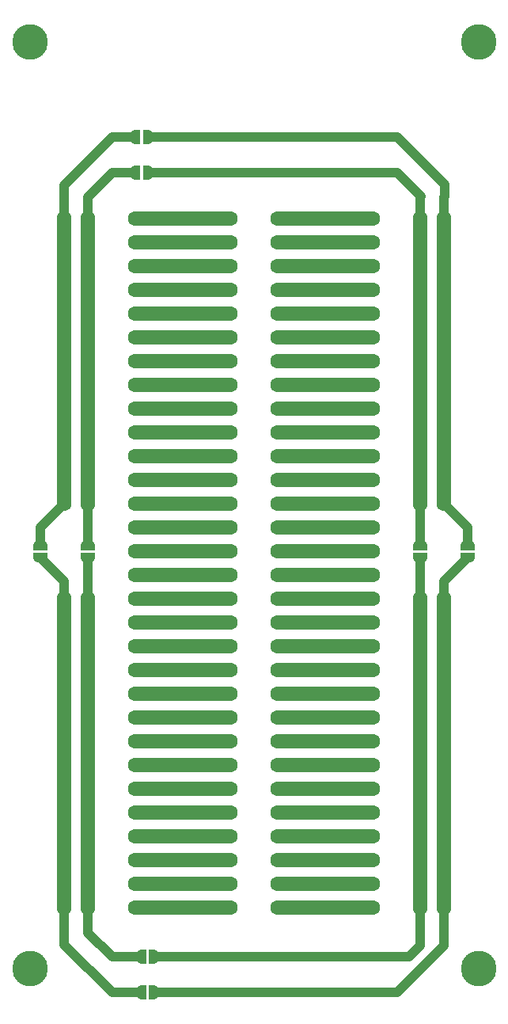
<source format=gtl>
G04 #@! TF.GenerationSoftware,KiCad,Pcbnew,8.0.2*
G04 #@! TF.CreationDate,2024-08-26T09:39:57-06:00*
G04 #@! TF.ProjectId,Perfboard,50657266-626f-4617-9264-2e6b69636164,rev?*
G04 #@! TF.SameCoordinates,Original*
G04 #@! TF.FileFunction,Copper,L1,Top*
G04 #@! TF.FilePolarity,Positive*
%FSLAX46Y46*%
G04 Gerber Fmt 4.6, Leading zero omitted, Abs format (unit mm)*
G04 Created by KiCad (PCBNEW 8.0.2) date 2024-08-26 09:39:57*
%MOMM*%
%LPD*%
G01*
G04 APERTURE LIST*
G04 Aperture macros list*
%AMFreePoly0*
4,1,19,0.500000,-0.750000,0.000000,-0.750000,0.000000,-0.744911,-0.071157,-0.744911,-0.207708,-0.704816,-0.327430,-0.627875,-0.420627,-0.520320,-0.479746,-0.390866,-0.500000,-0.250000,-0.500000,0.250000,-0.479746,0.390866,-0.420627,0.520320,-0.327430,0.627875,-0.207708,0.704816,-0.071157,0.744911,0.000000,0.744911,0.000000,0.750000,0.500000,0.750000,0.500000,-0.750000,0.500000,-0.750000,
$1*%
%AMFreePoly1*
4,1,19,0.000000,0.744911,0.071157,0.744911,0.207708,0.704816,0.327430,0.627875,0.420627,0.520320,0.479746,0.390866,0.500000,0.250000,0.500000,-0.250000,0.479746,-0.390866,0.420627,-0.520320,0.327430,-0.627875,0.207708,-0.704816,0.071157,-0.744911,0.000000,-0.744911,0.000000,-0.750000,-0.500000,-0.750000,-0.500000,0.750000,0.000000,0.750000,0.000000,0.744911,0.000000,0.744911,
$1*%
G04 Aperture macros list end*
G04 #@! TA.AperFunction,ComponentPad*
%ADD10C,1.600000*%
G04 #@! TD*
G04 #@! TA.AperFunction,ComponentPad*
%ADD11C,2.600000*%
G04 #@! TD*
G04 #@! TA.AperFunction,ConnectorPad*
%ADD12C,3.800000*%
G04 #@! TD*
G04 #@! TA.AperFunction,SMDPad,CuDef*
%ADD13FreePoly0,0.000000*%
G04 #@! TD*
G04 #@! TA.AperFunction,SMDPad,CuDef*
%ADD14FreePoly1,0.000000*%
G04 #@! TD*
G04 #@! TA.AperFunction,SMDPad,CuDef*
%ADD15FreePoly0,90.000000*%
G04 #@! TD*
G04 #@! TA.AperFunction,SMDPad,CuDef*
%ADD16FreePoly1,90.000000*%
G04 #@! TD*
G04 #@! TA.AperFunction,Conductor*
%ADD17C,1.500000*%
G04 #@! TD*
G04 #@! TA.AperFunction,Conductor*
%ADD18C,1.000000*%
G04 #@! TD*
G04 APERTURE END LIST*
D10*
X125680000Y-88720000D03*
X143460000Y-126820000D03*
X153620000Y-65860000D03*
X125680000Y-119200000D03*
X135840000Y-78560000D03*
X128220000Y-76020000D03*
X140920000Y-65860000D03*
X151080000Y-121740000D03*
X135840000Y-134440000D03*
X125680000Y-78560000D03*
X163780000Y-91260000D03*
X135840000Y-76020000D03*
X166320000Y-86180000D03*
X133300000Y-139520000D03*
D11*
X122000000Y-47000000D03*
D12*
X122000000Y-47000000D03*
D10*
X151080000Y-119200000D03*
X138380000Y-111580000D03*
X140920000Y-139520000D03*
X153620000Y-96340000D03*
X143460000Y-96340000D03*
X148540000Y-76020000D03*
D11*
X170000000Y-146000000D03*
D12*
X170000000Y-146000000D03*
D10*
X151080000Y-86180000D03*
X163780000Y-111580000D03*
X158700000Y-119200000D03*
X133300000Y-114120000D03*
X143460000Y-86180000D03*
X133300000Y-98880000D03*
X125680000Y-136980000D03*
X151080000Y-136980000D03*
X151080000Y-88720000D03*
X151080000Y-101420000D03*
X138380000Y-121740000D03*
X153620000Y-70940000D03*
X163780000Y-119200000D03*
X135840000Y-88720000D03*
X128220000Y-78560000D03*
X135840000Y-114120000D03*
X143460000Y-124280000D03*
X153620000Y-111580000D03*
X151080000Y-73480000D03*
X148540000Y-98880000D03*
X163780000Y-65860000D03*
X163780000Y-78560000D03*
X133300000Y-96340000D03*
X135840000Y-101420000D03*
X158700000Y-124280000D03*
X163780000Y-86180000D03*
X125680000Y-76020000D03*
X125680000Y-106500000D03*
X151080000Y-76020000D03*
X143460000Y-129360000D03*
X148540000Y-139520000D03*
X133300000Y-101420000D03*
X148540000Y-111580000D03*
X140920000Y-126820000D03*
X128220000Y-139520000D03*
X135840000Y-139520000D03*
X153620000Y-78560000D03*
X158700000Y-139520000D03*
X140920000Y-70940000D03*
X158700000Y-103960000D03*
X138380000Y-116660000D03*
X151080000Y-126820000D03*
X133300000Y-86180000D03*
X143460000Y-78560000D03*
X158700000Y-116660000D03*
X153620000Y-83640000D03*
X138380000Y-81100000D03*
X156160000Y-139520000D03*
X163780000Y-136980000D03*
X143460000Y-68400000D03*
X128220000Y-73480000D03*
X140920000Y-91260000D03*
X125680000Y-134440000D03*
X133300000Y-68400000D03*
X156160000Y-96340000D03*
X158700000Y-91260000D03*
X151080000Y-124280000D03*
X133300000Y-119200000D03*
X163780000Y-124280000D03*
X166320000Y-78560000D03*
X125680000Y-121740000D03*
X140920000Y-86180000D03*
X128220000Y-116660000D03*
X158700000Y-65860000D03*
X156160000Y-116660000D03*
X148540000Y-81100000D03*
D13*
X133320000Y-57150000D03*
D14*
X134620000Y-57150000D03*
D10*
X151080000Y-98880000D03*
X138380000Y-98880000D03*
X158700000Y-73480000D03*
X138380000Y-129360000D03*
X156160000Y-78560000D03*
X138380000Y-136980000D03*
X156160000Y-124280000D03*
X151080000Y-96340000D03*
X138380000Y-70940000D03*
X138380000Y-91260000D03*
X156160000Y-129360000D03*
X128220000Y-111580000D03*
X148540000Y-73480000D03*
X156160000Y-114120000D03*
X143460000Y-98880000D03*
X133300000Y-116660000D03*
X156160000Y-68400000D03*
X151080000Y-68400000D03*
X153620000Y-88720000D03*
X140920000Y-136980000D03*
X128220000Y-70940000D03*
X156160000Y-88720000D03*
X166320000Y-76020000D03*
X153620000Y-139520000D03*
X140920000Y-88720000D03*
X143460000Y-116660000D03*
X156160000Y-81100000D03*
X143460000Y-106500000D03*
X143460000Y-101420000D03*
X158700000Y-81100000D03*
X143460000Y-81100000D03*
X163780000Y-68400000D03*
X140920000Y-106500000D03*
X158700000Y-129360000D03*
X143460000Y-65860000D03*
X143460000Y-91260000D03*
X128220000Y-121740000D03*
X166320000Y-83640000D03*
X133300000Y-106500000D03*
X148540000Y-106500000D03*
X133300000Y-91260000D03*
D15*
X123140000Y-102070000D03*
D16*
X123140000Y-100770000D03*
D10*
X151080000Y-131900000D03*
X163780000Y-126820000D03*
X138380000Y-139520000D03*
X153620000Y-81100000D03*
X166320000Y-124280000D03*
X166320000Y-131900000D03*
X158700000Y-109040000D03*
X166320000Y-126820000D03*
X148540000Y-88720000D03*
X163780000Y-83640000D03*
X135840000Y-111580000D03*
X140920000Y-103960000D03*
X163780000Y-131900000D03*
X158700000Y-78560000D03*
X125680000Y-139520000D03*
X151080000Y-70940000D03*
X148540000Y-109040000D03*
X140920000Y-96340000D03*
X153620000Y-136980000D03*
X148540000Y-91260000D03*
X125680000Y-81100000D03*
X125680000Y-68400000D03*
X153620000Y-124280000D03*
X158700000Y-131900000D03*
X125680000Y-114120000D03*
X125680000Y-73480000D03*
X135840000Y-126820000D03*
X163780000Y-73480000D03*
X156160000Y-93800000D03*
X143460000Y-131900000D03*
X153620000Y-86180000D03*
X128220000Y-81100000D03*
X125680000Y-116660000D03*
X133300000Y-65860000D03*
X133300000Y-129360000D03*
X135840000Y-81100000D03*
X138380000Y-88720000D03*
D15*
X168860000Y-102070000D03*
D16*
X168860000Y-100770000D03*
D10*
X153620000Y-106500000D03*
X166320000Y-96340000D03*
X135840000Y-65860000D03*
X138380000Y-114120000D03*
X133300000Y-109040000D03*
X151080000Y-103960000D03*
X125680000Y-129360000D03*
X140920000Y-111580000D03*
X166320000Y-134440000D03*
X128220000Y-65860000D03*
X135840000Y-73480000D03*
X153620000Y-114120000D03*
X133300000Y-73480000D03*
X133300000Y-124280000D03*
X143460000Y-93800000D03*
X135840000Y-70940000D03*
X148540000Y-136980000D03*
X156160000Y-98880000D03*
X151080000Y-91260000D03*
X151080000Y-129360000D03*
X125680000Y-124280000D03*
X156160000Y-70940000D03*
X166320000Y-73480000D03*
X158700000Y-121740000D03*
X143460000Y-136980000D03*
X143460000Y-139520000D03*
X128220000Y-106500000D03*
X133300000Y-131900000D03*
X138380000Y-83640000D03*
X156160000Y-121740000D03*
X128220000Y-86180000D03*
X163780000Y-70940000D03*
X156160000Y-86180000D03*
X133300000Y-70940000D03*
X133300000Y-83640000D03*
X153620000Y-129360000D03*
X166320000Y-93800000D03*
X135840000Y-83640000D03*
X153620000Y-98880000D03*
X138380000Y-65860000D03*
X125680000Y-70940000D03*
X140920000Y-134440000D03*
X158700000Y-83640000D03*
X156160000Y-126820000D03*
X133300000Y-88720000D03*
X158700000Y-136980000D03*
X153620000Y-119200000D03*
X151080000Y-78560000D03*
X148540000Y-78560000D03*
X166320000Y-109040000D03*
X156160000Y-91260000D03*
X158700000Y-98880000D03*
X125680000Y-96340000D03*
X135840000Y-68400000D03*
X125680000Y-111580000D03*
X163780000Y-134440000D03*
X153620000Y-134440000D03*
X151080000Y-106500000D03*
X140920000Y-121740000D03*
X153620000Y-109040000D03*
X148540000Y-124280000D03*
X138380000Y-119200000D03*
X140920000Y-76020000D03*
X140920000Y-101420000D03*
X148540000Y-65860000D03*
X163780000Y-109040000D03*
X158700000Y-111580000D03*
X140920000Y-98880000D03*
X151080000Y-134440000D03*
X135840000Y-119200000D03*
X156160000Y-101420000D03*
X158700000Y-68400000D03*
X143460000Y-83640000D03*
X133300000Y-136980000D03*
X128220000Y-109040000D03*
X158700000Y-70940000D03*
X138380000Y-93800000D03*
X133300000Y-121740000D03*
X148540000Y-96340000D03*
X135840000Y-116660000D03*
X135840000Y-93800000D03*
X125680000Y-109040000D03*
X166320000Y-139520000D03*
X148540000Y-126820000D03*
X143460000Y-111580000D03*
X153620000Y-126820000D03*
D13*
X133320000Y-60960000D03*
D14*
X134620000Y-60960000D03*
D10*
X140920000Y-131900000D03*
X138380000Y-73480000D03*
X166320000Y-70940000D03*
X125680000Y-93800000D03*
X153620000Y-131900000D03*
X128220000Y-131900000D03*
X148540000Y-103960000D03*
X135840000Y-131900000D03*
X128220000Y-136980000D03*
X156160000Y-83640000D03*
X135840000Y-96340000D03*
X158700000Y-101420000D03*
X158700000Y-76020000D03*
X125680000Y-126820000D03*
X151080000Y-114120000D03*
X148540000Y-93800000D03*
X148540000Y-116660000D03*
X133300000Y-126820000D03*
X156160000Y-119200000D03*
X163780000Y-81100000D03*
X166320000Y-81100000D03*
X156160000Y-106500000D03*
X140920000Y-78560000D03*
X158700000Y-114120000D03*
D13*
X133970000Y-148590000D03*
D14*
X135270000Y-148590000D03*
D10*
X153620000Y-93800000D03*
X143460000Y-121740000D03*
X140920000Y-83640000D03*
X133300000Y-111580000D03*
X143460000Y-109040000D03*
X138380000Y-101420000D03*
X163780000Y-96340000D03*
X128220000Y-119200000D03*
X133300000Y-76020000D03*
D11*
X122000000Y-146000000D03*
D12*
X122000000Y-146000000D03*
D10*
X135840000Y-136980000D03*
X153620000Y-68400000D03*
X138380000Y-106500000D03*
X128220000Y-93800000D03*
X128220000Y-91260000D03*
X166320000Y-111580000D03*
X148540000Y-119200000D03*
X135840000Y-109040000D03*
X125680000Y-91260000D03*
X156160000Y-111580000D03*
X138380000Y-109040000D03*
X143460000Y-134440000D03*
X140920000Y-93800000D03*
X148540000Y-121740000D03*
X125680000Y-65860000D03*
X151080000Y-116660000D03*
X140920000Y-116660000D03*
X140920000Y-81100000D03*
X125680000Y-131900000D03*
X140920000Y-129360000D03*
X156160000Y-103960000D03*
X163780000Y-139520000D03*
X166320000Y-114120000D03*
X148540000Y-114120000D03*
X156160000Y-134440000D03*
X151080000Y-65860000D03*
X151080000Y-93800000D03*
X135840000Y-103960000D03*
X135840000Y-98880000D03*
X163780000Y-88720000D03*
X156160000Y-131900000D03*
X138380000Y-96340000D03*
X140920000Y-114120000D03*
X151080000Y-109040000D03*
X133300000Y-134440000D03*
X138380000Y-103960000D03*
X166320000Y-91260000D03*
X163780000Y-114120000D03*
X166320000Y-129360000D03*
X148540000Y-70940000D03*
X166320000Y-136980000D03*
X135840000Y-121740000D03*
X156160000Y-65860000D03*
X128220000Y-114120000D03*
X138380000Y-126820000D03*
X128220000Y-134440000D03*
X135840000Y-91260000D03*
X153620000Y-76020000D03*
X128220000Y-126820000D03*
X153620000Y-121740000D03*
X163780000Y-93800000D03*
X133300000Y-78560000D03*
X148540000Y-83640000D03*
D15*
X163780000Y-102070000D03*
D16*
X163780000Y-100770000D03*
D10*
X135840000Y-106500000D03*
X128220000Y-124280000D03*
X153620000Y-91260000D03*
X163780000Y-129360000D03*
X143460000Y-73480000D03*
X156160000Y-73480000D03*
X151080000Y-139520000D03*
D11*
X170000000Y-47000000D03*
D12*
X170000000Y-47000000D03*
D10*
X125680000Y-83640000D03*
X166320000Y-88720000D03*
X140920000Y-73480000D03*
X140920000Y-119200000D03*
X158700000Y-88720000D03*
X143460000Y-103960000D03*
X158700000Y-86180000D03*
X135840000Y-124280000D03*
X163780000Y-76020000D03*
X128220000Y-83640000D03*
X138380000Y-76020000D03*
X166320000Y-106500000D03*
X133300000Y-103960000D03*
X163780000Y-121740000D03*
X163780000Y-106500000D03*
X158700000Y-134440000D03*
X148540000Y-68400000D03*
X138380000Y-134440000D03*
X143460000Y-88720000D03*
X166320000Y-116660000D03*
X153620000Y-73480000D03*
D15*
X128220000Y-102070000D03*
D16*
X128220000Y-100770000D03*
D10*
X143460000Y-76020000D03*
X133300000Y-93800000D03*
X140920000Y-109040000D03*
X148540000Y-86180000D03*
X156160000Y-76020000D03*
X135840000Y-129360000D03*
X158700000Y-93800000D03*
X158700000Y-96340000D03*
X156160000Y-109040000D03*
X156160000Y-136980000D03*
X140920000Y-124280000D03*
X153620000Y-101420000D03*
X166320000Y-119200000D03*
X148540000Y-134440000D03*
X153620000Y-103960000D03*
X151080000Y-111580000D03*
X151080000Y-81100000D03*
X148540000Y-129360000D03*
X140920000Y-68400000D03*
X133300000Y-81100000D03*
X148540000Y-101420000D03*
X166320000Y-65860000D03*
X125680000Y-86180000D03*
X158700000Y-126820000D03*
D13*
X133970000Y-144780000D03*
D14*
X135270000Y-144780000D03*
D10*
X143460000Y-119200000D03*
X153620000Y-116660000D03*
X138380000Y-86180000D03*
X148540000Y-131900000D03*
X138380000Y-124280000D03*
X128220000Y-88720000D03*
X163780000Y-116660000D03*
X128220000Y-96340000D03*
X143460000Y-114120000D03*
X135840000Y-86180000D03*
X138380000Y-78560000D03*
X166320000Y-121740000D03*
X128220000Y-68400000D03*
X151080000Y-83640000D03*
X128220000Y-129360000D03*
X158700000Y-106500000D03*
X138380000Y-68400000D03*
X143460000Y-70940000D03*
X138380000Y-131900000D03*
X166320000Y-68400000D03*
D17*
X133300000Y-116660000D02*
X143460000Y-116660000D01*
X133300000Y-65860000D02*
X143460000Y-65860000D01*
D18*
X128220000Y-96340000D02*
X128220000Y-100770000D01*
X130810000Y-144780000D02*
X133970000Y-144780000D01*
D17*
X133300000Y-96340000D02*
X143460000Y-96340000D01*
X143460000Y-126820000D02*
X133300000Y-126820000D01*
X148540000Y-119200000D02*
X158700000Y-119200000D01*
X148540000Y-73480000D02*
X158700000Y-73480000D01*
X148540000Y-101420000D02*
X158700000Y-101420000D01*
X158700000Y-131900000D02*
X148540000Y-131900000D01*
X166320000Y-96340000D02*
X166320000Y-65860000D01*
D18*
X161290000Y-148590000D02*
X166320000Y-143560000D01*
X163780000Y-106500000D02*
X163780000Y-102070000D01*
D17*
X133300000Y-119200000D02*
X143460000Y-119200000D01*
D18*
X128220000Y-63550000D02*
X130810000Y-60960000D01*
X128220000Y-102070000D02*
X128220000Y-106500000D01*
D17*
X133300000Y-86180000D02*
X143460000Y-86180000D01*
X133300000Y-124280000D02*
X143460000Y-124280000D01*
D18*
X125680000Y-139520000D02*
X125680000Y-143460000D01*
X125680000Y-62280000D02*
X130810000Y-57150000D01*
X166320000Y-143560000D02*
X166320000Y-139520000D01*
D17*
X133300000Y-70940000D02*
X143460000Y-70940000D01*
X143460000Y-136980000D02*
X133300000Y-136980000D01*
D18*
X125680000Y-106500000D02*
X125680000Y-104610000D01*
D17*
X148540000Y-83640000D02*
X158700000Y-83640000D01*
X128220000Y-96340000D02*
X128220000Y-65860000D01*
X158700000Y-93800000D02*
X148540000Y-93800000D01*
X148540000Y-86180000D02*
X158700000Y-86180000D01*
D18*
X134620000Y-57150000D02*
X161290000Y-57150000D01*
X163780000Y-100770000D02*
X163780000Y-96340000D01*
D17*
X125680000Y-65860000D02*
X125680000Y-93800000D01*
X128220000Y-139520000D02*
X128220000Y-106500000D01*
X148540000Y-78560000D02*
X158700000Y-78560000D01*
X148540000Y-91260000D02*
X158700000Y-91260000D01*
X148540000Y-111580000D02*
X158700000Y-111580000D01*
X148540000Y-121740000D02*
X158700000Y-121740000D01*
X148540000Y-109040000D02*
X158700000Y-109040000D01*
X133300000Y-101420000D02*
X143460000Y-101420000D01*
X133300000Y-139520000D02*
X143460000Y-139520000D01*
D18*
X128220000Y-139520000D02*
X128220000Y-142190000D01*
D17*
X148540000Y-70940000D02*
X158700000Y-70940000D01*
X133300000Y-76020000D02*
X143460000Y-76020000D01*
X133300000Y-134440000D02*
X143460000Y-134440000D01*
D18*
X130810000Y-148590000D02*
X133970000Y-148590000D01*
D17*
X133300000Y-98880000D02*
X143460000Y-98880000D01*
X158700000Y-98880000D02*
X148540000Y-98880000D01*
D18*
X123140000Y-100770000D02*
X123140000Y-98880000D01*
X128220000Y-65860000D02*
X128220000Y-63550000D01*
X166320000Y-104610000D02*
X168860000Y-102070000D01*
D17*
X133300000Y-106500000D02*
X143460000Y-106500000D01*
X166320000Y-139520000D02*
X166320000Y-106500000D01*
X133300000Y-109040000D02*
X143460000Y-109040000D01*
D18*
X166320000Y-106500000D02*
X166320000Y-104610000D01*
D17*
X148540000Y-114120000D02*
X158700000Y-114120000D01*
X148540000Y-81100000D02*
X158700000Y-81100000D01*
X125680000Y-96340000D02*
X125680000Y-93800000D01*
X143460000Y-68400000D02*
X133300000Y-68400000D01*
D18*
X161290000Y-57150000D02*
X166370000Y-62230000D01*
D17*
X133300000Y-93800000D02*
X143460000Y-93800000D01*
D18*
X168860000Y-100770000D02*
X168860000Y-98880000D01*
X135270000Y-148590000D02*
X161290000Y-148590000D01*
X125680000Y-104610000D02*
X123140000Y-102070000D01*
D17*
X133300000Y-81100000D02*
X143460000Y-81100000D01*
X133300000Y-114120000D02*
X143460000Y-114120000D01*
X158700000Y-124280000D02*
X148540000Y-124280000D01*
D18*
X130810000Y-60960000D02*
X133320000Y-60960000D01*
X163830000Y-63500000D02*
X161290000Y-60960000D01*
X166320000Y-63550000D02*
X166320000Y-65860000D01*
D17*
X133300000Y-103960000D02*
X143460000Y-103960000D01*
X133300000Y-111580000D02*
X143460000Y-111580000D01*
D18*
X163780000Y-143560000D02*
X163780000Y-139520000D01*
X161290000Y-60960000D02*
X134620000Y-60960000D01*
X125680000Y-143460000D02*
X130810000Y-148590000D01*
X123140000Y-98880000D02*
X125680000Y-96340000D01*
X125680000Y-65860000D02*
X125680000Y-62280000D01*
D17*
X148540000Y-134440000D02*
X158700000Y-134440000D01*
X143460000Y-83640000D02*
X133300000Y-83640000D01*
X125680000Y-139520000D02*
X125680000Y-106500000D01*
D18*
X163780000Y-63550000D02*
X163830000Y-63500000D01*
D17*
X148540000Y-106500000D02*
X158700000Y-106500000D01*
X148540000Y-116660000D02*
X158700000Y-116660000D01*
X143460000Y-78560000D02*
X133300000Y-78560000D01*
X148540000Y-68400000D02*
X158700000Y-68400000D01*
X143460000Y-131900000D02*
X133300000Y-131900000D01*
X158700000Y-103960000D02*
X148540000Y-103960000D01*
X158700000Y-88720000D02*
X148540000Y-88720000D01*
X143460000Y-88720000D02*
X133300000Y-88720000D01*
D18*
X130810000Y-57150000D02*
X133320000Y-57150000D01*
X166370000Y-63500000D02*
X166320000Y-63550000D01*
D17*
X158700000Y-136980000D02*
X148540000Y-136980000D01*
X148540000Y-129360000D02*
X158700000Y-129360000D01*
X148540000Y-76020000D02*
X158700000Y-76020000D01*
X133300000Y-91260000D02*
X143460000Y-91260000D01*
X143460000Y-73480000D02*
X133300000Y-73480000D01*
X163780000Y-96340000D02*
X163780000Y-65860000D01*
X148540000Y-126820000D02*
X158700000Y-126820000D01*
D18*
X162560000Y-144780000D02*
X163780000Y-143560000D01*
X166370000Y-62230000D02*
X166370000Y-63500000D01*
X135270000Y-144780000D02*
X162560000Y-144780000D01*
X168860000Y-98880000D02*
X166320000Y-96340000D01*
D17*
X148540000Y-139520000D02*
X158700000Y-139520000D01*
X133300000Y-121740000D02*
X143460000Y-121740000D01*
D18*
X163780000Y-65860000D02*
X163780000Y-63550000D01*
D17*
X148540000Y-96340000D02*
X158700000Y-96340000D01*
X133300000Y-129360000D02*
X143460000Y-129360000D01*
X148540000Y-65860000D02*
X158700000Y-65860000D01*
X163780000Y-139520000D02*
X163780000Y-106500000D01*
D18*
X128220000Y-142190000D02*
X130810000Y-144780000D01*
M02*

</source>
